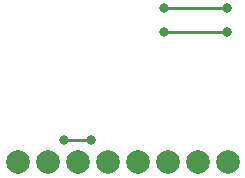
<source format=gbr>
%TF.GenerationSoftware,KiCad,Pcbnew,(6.0.9-0)*%
%TF.CreationDate,2022-12-16T11:10:40-08:00*%
%TF.ProjectId,trackball,74726163-6b62-4616-9c6c-2e6b69636164,v01*%
%TF.SameCoordinates,Original*%
%TF.FileFunction,Copper,L2,Bot*%
%TF.FilePolarity,Positive*%
%FSLAX46Y46*%
G04 Gerber Fmt 4.6, Leading zero omitted, Abs format (unit mm)*
G04 Created by KiCad (PCBNEW (6.0.9-0)) date 2022-12-16 11:10:40*
%MOMM*%
%LPD*%
G01*
G04 APERTURE LIST*
%TA.AperFunction,ComponentPad*%
%ADD10C,2.000000*%
%TD*%
%TA.AperFunction,ViaPad*%
%ADD11C,0.800000*%
%TD*%
%TA.AperFunction,Conductor*%
%ADD12C,0.250000*%
%TD*%
G04 APERTURE END LIST*
D10*
%TO.P,U2,1,RS*%
%TO.N,unconnected-(U2-Pad1)*%
X153390000Y-156000000D03*
%TO.P,U2,2,GD*%
%TO.N,GND*%
X150850000Y-156000000D03*
%TO.P,U2,3,MT*%
%TO.N,unconnected-(U2-Pad3)*%
X148310000Y-156000000D03*
%TO.P,U2,4,SS*%
%TO.N,Net-(U1-Pad14)*%
X145770000Y-156000000D03*
%TO.P,U2,5,SC*%
%TO.N,Net-(U1-Pad13)*%
X143230000Y-156000000D03*
%TO.P,U2,6,MO*%
%TO.N,Net-(U1-Pad11)*%
X140690000Y-156000000D03*
%TO.P,U2,7,MI*%
%TO.N,Net-(U1-Pad12)*%
X138150000Y-156000000D03*
%TO.P,U2,8,VI*%
%TO.N,Net-(J1-Pad1)*%
X135610000Y-156000000D03*
%TD*%
D11*
%TO.N,Net-(U1-Pad1)*%
X148000000Y-145000000D03*
X153300000Y-145000000D03*
%TO.N,GND*%
X153300000Y-143000000D03*
X148000000Y-143000000D03*
%TO.N,Net-(U1-Pad12)*%
X141850000Y-154150000D03*
X139550000Y-154150000D03*
%TD*%
D12*
%TO.N,Net-(U1-Pad1)*%
X148000000Y-145000000D02*
X153300000Y-145000000D01*
%TO.N,GND*%
X153300000Y-143000000D02*
X148000000Y-143000000D01*
%TO.N,Net-(U1-Pad12)*%
X141850000Y-154150000D02*
X139550000Y-154150000D01*
%TD*%
M02*

</source>
